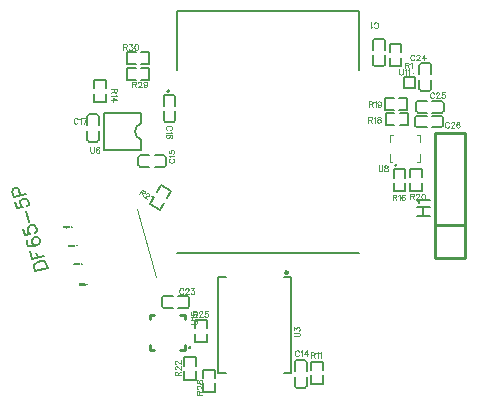
<source format=gto>
G04 Layer: TopSilkscreenLayer*
G04 EasyEDA v6.5.5, 2022-05-23 17:46:57*
G04 b170b76dcbfd4e769ccdd405e25ecab7,c17a8ced473b4d519dda31697e0e54b6,10*
G04 Gerber Generator version 0.2*
G04 Scale: 100 percent, Rotated: No, Reflected: No *
G04 Dimensions in inches *
G04 leading zeros omitted , absolute positions ,3 integer and 6 decimal *
%FSLAX36Y36*%
%MOIN*%

%ADD11C,0.0100*%
%ADD14C,0.0060*%
%ADD20C,0.0070*%
%ADD77C,0.0050*%
%ADD78C,0.0039*%
%ADD79C,0.0059*%
%ADD80C,0.0039*%
%ADD81C,0.0098*%
%ADD82C,0.0079*%
%ADD83C,0.0010*%
%ADD84C,0.0040*%

%LPD*%
D83*
X-420399Y77099D02*
G01*
X-420399Y72399D01*
X-417200Y77099D02*
G01*
X-417200Y72399D01*
X-420399Y74899D02*
G01*
X-417200Y74899D01*
X-413000Y75599D02*
G01*
X-413000Y72399D01*
X-413000Y74899D02*
G01*
X-413400Y75299D01*
X-413900Y75599D01*
X-414600Y75599D01*
X-415000Y75299D01*
X-415500Y74899D01*
X-415699Y74199D01*
X-415699Y73699D01*
X-415500Y73099D01*
X-415000Y72599D01*
X-414600Y72399D01*
X-413900Y72399D01*
X-413400Y72599D01*
X-413000Y73099D01*
X-411499Y75599D02*
G01*
X-411499Y70799D01*
X-411499Y74899D02*
G01*
X-411000Y75299D01*
X-410600Y75599D01*
X-409899Y75599D01*
X-409399Y75299D01*
X-408999Y74899D01*
X-408800Y74199D01*
X-408800Y73699D01*
X-408999Y73099D01*
X-409399Y72599D01*
X-409899Y72399D01*
X-410600Y72399D01*
X-411000Y72599D01*
X-411499Y73099D01*
X-406599Y77099D02*
G01*
X-406599Y73299D01*
X-406400Y72599D01*
X-405900Y72399D01*
X-405399Y72399D01*
X-407299Y75599D02*
G01*
X-405699Y75599D01*
X-403900Y77099D02*
G01*
X-403699Y76899D01*
X-403500Y77099D01*
X-403699Y77399D01*
X-403900Y77099D01*
X-403699Y75599D02*
G01*
X-403699Y72399D01*
X-399300Y74899D02*
G01*
X-399700Y75299D01*
X-400200Y75599D01*
X-400900Y75599D01*
X-401300Y75299D01*
X-401800Y74899D01*
X-401999Y74199D01*
X-401999Y73699D01*
X-401800Y73099D01*
X-401300Y72599D01*
X-400900Y72399D01*
X-400200Y72399D01*
X-399700Y72599D01*
X-399300Y73099D01*
X-392200Y76499D02*
G01*
X-392200Y72399D01*
X-394300Y74399D02*
G01*
X-390200Y74399D01*
X-403699Y15000D02*
G01*
X-403699Y10299D01*
X-400500Y15000D02*
G01*
X-400500Y10299D01*
X-403699Y12799D02*
G01*
X-400500Y12799D01*
X-396300Y13499D02*
G01*
X-396300Y10299D01*
X-396300Y12799D02*
G01*
X-396700Y13199D01*
X-397200Y13499D01*
X-397899Y13499D01*
X-398299Y13199D01*
X-398800Y12799D01*
X-398999Y12099D01*
X-398999Y11599D01*
X-398800Y10999D01*
X-398299Y10499D01*
X-397899Y10299D01*
X-397200Y10299D01*
X-396700Y10499D01*
X-396300Y10999D01*
X-394799Y13499D02*
G01*
X-394799Y8699D01*
X-394799Y12799D02*
G01*
X-394300Y13199D01*
X-393900Y13499D01*
X-393199Y13499D01*
X-392700Y13199D01*
X-392299Y12799D01*
X-392100Y12099D01*
X-392100Y11599D01*
X-392299Y10999D01*
X-392700Y10499D01*
X-393199Y10299D01*
X-393900Y10299D01*
X-394300Y10499D01*
X-394799Y10999D01*
X-389899Y15000D02*
G01*
X-389899Y11199D01*
X-389700Y10499D01*
X-389200Y10299D01*
X-388699Y10299D01*
X-390600Y13499D02*
G01*
X-388999Y13499D01*
X-387200Y15000D02*
G01*
X-386999Y14799D01*
X-386800Y15000D01*
X-386999Y15299D01*
X-387200Y15000D01*
X-386999Y13499D02*
G01*
X-386999Y10299D01*
X-382600Y12799D02*
G01*
X-383000Y13199D01*
X-383500Y13499D01*
X-384200Y13499D01*
X-384600Y13199D01*
X-385100Y12799D01*
X-385299Y12099D01*
X-385299Y11599D01*
X-385100Y10999D01*
X-384600Y10499D01*
X-384200Y10299D01*
X-383500Y10299D01*
X-383000Y10499D01*
X-382600Y10999D01*
X-377600Y12299D02*
G01*
X-373500Y12299D01*
X-383680Y-46370D02*
G01*
X-385479Y-51170D01*
X-383680Y-46370D02*
G01*
X-381880Y-51170D01*
X-384780Y-49570D02*
G01*
X-382579Y-49570D01*
X-380379Y-46370D02*
G01*
X-380379Y-49770D01*
X-380180Y-50470D01*
X-379679Y-50870D01*
X-378980Y-51170D01*
X-378580Y-51170D01*
X-377879Y-50870D01*
X-377380Y-50470D01*
X-377179Y-49770D01*
X-377179Y-46370D01*
X-375680Y-46370D02*
G01*
X-375680Y-51170D01*
X-375680Y-46370D02*
G01*
X-374080Y-46370D01*
X-373379Y-46570D01*
X-372979Y-47070D01*
X-372680Y-47470D01*
X-372479Y-48170D01*
X-372479Y-49270D01*
X-372680Y-49970D01*
X-372979Y-50470D01*
X-373379Y-50870D01*
X-374080Y-51170D01*
X-375680Y-51170D01*
X-370979Y-46370D02*
G01*
X-370979Y-51170D01*
X-368180Y-46370D02*
G01*
X-368580Y-46570D01*
X-369080Y-47070D01*
X-369279Y-47470D01*
X-369480Y-48170D01*
X-369480Y-49270D01*
X-369279Y-49970D01*
X-369080Y-50470D01*
X-368580Y-50870D01*
X-368180Y-51170D01*
X-367179Y-51170D01*
X-366779Y-50870D01*
X-366279Y-50470D01*
X-366080Y-49970D01*
X-365879Y-49270D01*
X-365879Y-48170D01*
X-366080Y-47470D01*
X-366279Y-47070D01*
X-366779Y-46570D01*
X-367179Y-46370D01*
X-368180Y-46370D01*
X-358779Y-47070D02*
G01*
X-358779Y-51170D01*
X-360879Y-49070D02*
G01*
X-356779Y-49070D01*
X-365879Y-114270D02*
G01*
X-367680Y-119070D01*
X-365879Y-114270D02*
G01*
X-364080Y-119070D01*
X-366980Y-117470D02*
G01*
X-364780Y-117470D01*
X-362579Y-114270D02*
G01*
X-362579Y-117670D01*
X-362380Y-118370D01*
X-361880Y-118770D01*
X-361180Y-119070D01*
X-360780Y-119070D01*
X-360079Y-118770D01*
X-359579Y-118370D01*
X-359380Y-117670D01*
X-359380Y-114270D01*
X-357879Y-114270D02*
G01*
X-357879Y-119070D01*
X-357879Y-114270D02*
G01*
X-356279Y-114270D01*
X-355579Y-114470D01*
X-355180Y-114970D01*
X-354880Y-115370D01*
X-354679Y-116070D01*
X-354679Y-117170D01*
X-354880Y-117870D01*
X-355180Y-118370D01*
X-355579Y-118770D01*
X-356279Y-119070D01*
X-357879Y-119070D01*
X-353180Y-114270D02*
G01*
X-353180Y-119070D01*
X-350379Y-114270D02*
G01*
X-350780Y-114470D01*
X-351279Y-114970D01*
X-351480Y-115370D01*
X-351679Y-116070D01*
X-351679Y-117170D01*
X-351480Y-117870D01*
X-351279Y-118370D01*
X-350780Y-118770D01*
X-350379Y-119070D01*
X-349380Y-119070D01*
X-348980Y-118770D01*
X-348479Y-118370D01*
X-348280Y-117870D01*
X-348079Y-117170D01*
X-348079Y-116070D01*
X-348280Y-115370D01*
X-348479Y-114970D01*
X-348980Y-114470D01*
X-349380Y-114270D01*
X-350379Y-114270D01*
X-343079Y-116970D02*
G01*
X-338980Y-116970D01*
D20*
X-512771Y-73758D02*
G01*
X-471531Y-61934D01*
X-512771Y-73758D02*
G01*
X-516739Y-59916D01*
X-516499Y-53501D01*
X-513688Y-48430D01*
X-510298Y-45378D01*
X-505012Y-41677D01*
X-495111Y-38838D01*
X-488668Y-39176D01*
X-484176Y-39968D01*
X-479106Y-42779D01*
X-475501Y-48092D01*
X-471531Y-61934D01*
X-524402Y-33194D02*
G01*
X-483164Y-21369D01*
X-524402Y-33194D02*
G01*
X-531734Y-7624D01*
X-504792Y-27570D02*
G01*
X-509284Y-11902D01*
X-536345Y30585D02*
G01*
X-539735Y27532D01*
X-539948Y21021D01*
X-538818Y17080D01*
X-535214Y11767D01*
X-528221Y9508D01*
X-517767Y10424D01*
X-507964Y13236D01*
X-500632Y17418D01*
X-497821Y22490D01*
X-497581Y28904D01*
X-498158Y30924D01*
X-501763Y36236D01*
X-506833Y39047D01*
X-513373Y39356D01*
X-515295Y38805D01*
X-520581Y35106D01*
X-523392Y30034D01*
X-523729Y23591D01*
X-523149Y21573D01*
X-519449Y16288D01*
X-514378Y13477D01*
X-507964Y13236D01*
X-553261Y67450D02*
G01*
X-547611Y47744D01*
X-529372Y50893D01*
X-531943Y52237D01*
X-535573Y57646D01*
X-537255Y63509D01*
X-537043Y70021D01*
X-534202Y74996D01*
X-528823Y78723D01*
X-524976Y79826D01*
X-518438Y79516D01*
X-513395Y76801D01*
X-509763Y71392D01*
X-508082Y65529D01*
X-508296Y59017D01*
X-509763Y56516D01*
X-513153Y53464D01*
X-534561Y91121D02*
G01*
X-544705Y126496D01*
X-578759Y156366D02*
G01*
X-573108Y136661D01*
X-554870Y139810D01*
X-557438Y141153D01*
X-561042Y146466D01*
X-562752Y152426D01*
X-562510Y158840D01*
X-559699Y163912D01*
X-554290Y167544D01*
X-550446Y168646D01*
X-543935Y168433D01*
X-538864Y165621D01*
X-535259Y160309D01*
X-533550Y154350D01*
X-533792Y147934D01*
X-535258Y145433D01*
X-538621Y142284D01*
X-583582Y173188D02*
G01*
X-542344Y185014D01*
X-583582Y173188D02*
G01*
X-588681Y190972D01*
X-588440Y197387D01*
X-586972Y199888D01*
X-583706Y203010D01*
X-577746Y204719D01*
X-573227Y203829D01*
X-570752Y202459D01*
X-567053Y197174D01*
X-561954Y179390D01*
D14*
X759920Y111429D02*
G01*
X802820Y111429D01*
X759920Y140029D02*
G01*
X802820Y140029D01*
X780320Y111429D02*
G01*
X780320Y140029D01*
X768119Y153529D02*
G01*
X766019Y157629D01*
X759920Y163829D01*
X802820Y163829D01*
D80*
X350219Y-290965D02*
G01*
X363720Y-290965D01*
X366319Y-290065D01*
X368119Y-288265D01*
X369020Y-285565D01*
X369020Y-283765D01*
X368119Y-281165D01*
X366319Y-279365D01*
X363720Y-278465D01*
X350219Y-278465D01*
X350219Y-270765D02*
G01*
X350219Y-260865D01*
X357420Y-266265D01*
X357420Y-263565D01*
X358320Y-261765D01*
X359219Y-260865D01*
X361920Y-259965D01*
X363720Y-259965D01*
X366319Y-260865D01*
X368119Y-262665D01*
X369020Y-265365D01*
X369020Y-268065D01*
X368119Y-270765D01*
X367219Y-271665D01*
X365420Y-272565D01*
X597899Y440799D02*
G01*
X597899Y421999D01*
X597899Y440799D02*
G01*
X606000Y440799D01*
X608599Y439899D01*
X609499Y438999D01*
X610399Y437199D01*
X610399Y435399D01*
X609499Y433599D01*
X608599Y432699D01*
X606000Y431799D01*
X597899Y431799D01*
X604200Y431799D02*
G01*
X610399Y421999D01*
X616300Y437199D02*
G01*
X618100Y438099D01*
X620799Y440799D01*
X620799Y421999D01*
X631199Y440799D02*
G01*
X628500Y439899D01*
X627600Y438099D01*
X627600Y436299D01*
X628500Y434499D01*
X630299Y433599D01*
X633900Y432699D01*
X636599Y431799D01*
X638299Y430000D01*
X639200Y428199D01*
X639200Y425599D01*
X638299Y423799D01*
X637399Y422899D01*
X634799Y421999D01*
X631199Y421999D01*
X628500Y422899D01*
X627600Y423799D01*
X626700Y425599D01*
X626700Y428199D01*
X627600Y430000D01*
X629399Y431799D01*
X632100Y432699D01*
X635699Y433599D01*
X637399Y434499D01*
X638299Y436299D01*
X638299Y438099D01*
X637399Y439899D01*
X634799Y440799D01*
X631199Y440799D01*
X599300Y492599D02*
G01*
X599300Y473799D01*
X599300Y492599D02*
G01*
X607399Y492599D01*
X610000Y491699D01*
X610900Y490799D01*
X611800Y488999D01*
X611800Y487199D01*
X610900Y485399D01*
X610000Y484499D01*
X607399Y483599D01*
X599300Y483599D01*
X605600Y483599D02*
G01*
X611800Y473799D01*
X617700Y488999D02*
G01*
X619499Y489899D01*
X622200Y492599D01*
X622200Y473799D01*
X639700Y486299D02*
G01*
X638800Y483599D01*
X637100Y481799D01*
X634399Y480899D01*
X633500Y480899D01*
X630799Y481799D01*
X628999Y483599D01*
X628100Y486299D01*
X628100Y487199D01*
X628999Y489899D01*
X630799Y491699D01*
X633500Y492599D01*
X634399Y492599D01*
X637100Y491699D01*
X638800Y489899D01*
X639700Y486299D01*
X639700Y481799D01*
X638800Y477399D01*
X637100Y474699D01*
X634399Y473799D01*
X632600Y473799D01*
X629899Y474699D01*
X628999Y476499D01*
D84*
X-189399Y558499D02*
G01*
X-189399Y539399D01*
X-189399Y558499D02*
G01*
X-181199Y558499D01*
X-178500Y557599D01*
X-177600Y556699D01*
X-176700Y554799D01*
X-176700Y552999D01*
X-177600Y551199D01*
X-178500Y550299D01*
X-181199Y549399D01*
X-189399Y549399D01*
X-183000Y549399D02*
G01*
X-176700Y539399D01*
X-169799Y553899D02*
G01*
X-169799Y554799D01*
X-168900Y556699D01*
X-167899Y557599D01*
X-166099Y558499D01*
X-162500Y558499D01*
X-160699Y557599D01*
X-159799Y556699D01*
X-158900Y554799D01*
X-158900Y552999D01*
X-159799Y551199D01*
X-161599Y548499D01*
X-170699Y539399D01*
X-157899Y539399D01*
X-140100Y552099D02*
G01*
X-141000Y549399D01*
X-142899Y547599D01*
X-145600Y546699D01*
X-146499Y546699D01*
X-149200Y547599D01*
X-151000Y549399D01*
X-151899Y552099D01*
X-151899Y552999D01*
X-151000Y555799D01*
X-149200Y557599D01*
X-146499Y558499D01*
X-145600Y558499D01*
X-142899Y557599D01*
X-141000Y555799D01*
X-140100Y552099D01*
X-140100Y547599D01*
X-141000Y542999D01*
X-142899Y540299D01*
X-145600Y539399D01*
X-147399Y539399D01*
X-150100Y540299D01*
X-151000Y542099D01*
X-219899Y682999D02*
G01*
X-219899Y663899D01*
X-219899Y682999D02*
G01*
X-211700Y682999D01*
X-208999Y682099D01*
X-208100Y681199D01*
X-207200Y679299D01*
X-207200Y677500D01*
X-208100Y675699D01*
X-208999Y674799D01*
X-211700Y673899D01*
X-219899Y673899D01*
X-213500Y673899D02*
G01*
X-207200Y663899D01*
X-199399Y682999D02*
G01*
X-189399Y682999D01*
X-194799Y675699D01*
X-192100Y675699D01*
X-190299Y674799D01*
X-189399Y673899D01*
X-188400Y671199D01*
X-188400Y669299D01*
X-189399Y666599D01*
X-191199Y664799D01*
X-193900Y663899D01*
X-196599Y663899D01*
X-199399Y664799D01*
X-200299Y665699D01*
X-201199Y667500D01*
X-176999Y682999D02*
G01*
X-179700Y682099D01*
X-181499Y679299D01*
X-182399Y674799D01*
X-182399Y672099D01*
X-181499Y667500D01*
X-179700Y664799D01*
X-176999Y663899D01*
X-175200Y663899D01*
X-172399Y664799D01*
X-170600Y667500D01*
X-169700Y672099D01*
X-169700Y674799D01*
X-170600Y679299D01*
X-172399Y682099D01*
X-175200Y682999D01*
X-176999Y682999D01*
X24899Y-485500D02*
G01*
X43999Y-485500D01*
X24899Y-485500D02*
G01*
X24899Y-477300D01*
X25799Y-474600D01*
X26700Y-473700D01*
X28599Y-472800D01*
X30399Y-472800D01*
X32200Y-473700D01*
X33100Y-474600D01*
X33999Y-477300D01*
X33999Y-485500D01*
X33999Y-479100D02*
G01*
X43999Y-472800D01*
X29499Y-465900D02*
G01*
X28599Y-465900D01*
X26700Y-465000D01*
X25799Y-464000D01*
X24899Y-462200D01*
X24899Y-458600D01*
X25799Y-456800D01*
X26700Y-455900D01*
X28599Y-455000D01*
X30399Y-455000D01*
X32200Y-455900D01*
X34899Y-457700D01*
X43999Y-466800D01*
X43999Y-454000D01*
X24899Y-443500D02*
G01*
X25799Y-446200D01*
X27600Y-447100D01*
X29499Y-447100D01*
X31300Y-446200D01*
X32200Y-444400D01*
X33100Y-440800D01*
X33999Y-438000D01*
X35799Y-436200D01*
X37600Y-435300D01*
X40399Y-435300D01*
X42200Y-436200D01*
X43100Y-437100D01*
X43999Y-439900D01*
X43999Y-443500D01*
X43100Y-446200D01*
X42200Y-447100D01*
X40399Y-448000D01*
X37600Y-448000D01*
X35799Y-447100D01*
X33999Y-445300D01*
X33100Y-442600D01*
X32200Y-439000D01*
X31300Y-437100D01*
X29499Y-436200D01*
X27600Y-436200D01*
X25799Y-437100D01*
X24899Y-439900D01*
X24899Y-443500D01*
X7865Y-250535D02*
G01*
X21464Y-250535D01*
X24165Y-249635D01*
X25964Y-247735D01*
X26864Y-245035D01*
X26864Y-243235D01*
X25964Y-240535D01*
X24165Y-238635D01*
X21464Y-237735D01*
X7865Y-237735D01*
X11464Y-231735D02*
G01*
X10564Y-229935D01*
X7865Y-227235D01*
X26864Y-227235D01*
X7865Y-210335D02*
G01*
X7865Y-219435D01*
X15964Y-220335D01*
X15065Y-219435D01*
X14165Y-216635D01*
X14165Y-213935D01*
X15065Y-211235D01*
X16864Y-209435D01*
X19665Y-208535D01*
X21464Y-208535D01*
X24165Y-209435D01*
X25964Y-211235D01*
X26864Y-213935D01*
X26864Y-216635D01*
X25964Y-219435D01*
X25065Y-220335D01*
X23265Y-221235D01*
D80*
X-61980Y397729D02*
G01*
X-60180Y398629D01*
X-58379Y400429D01*
X-57479Y402229D01*
X-57479Y405729D01*
X-58379Y407529D01*
X-60180Y409329D01*
X-61980Y410229D01*
X-64679Y411129D01*
X-69179Y411129D01*
X-71880Y410229D01*
X-73580Y409329D01*
X-75379Y407529D01*
X-76279Y405729D01*
X-76279Y402229D01*
X-75379Y400429D01*
X-73580Y398629D01*
X-71880Y397729D01*
X-61080Y391829D02*
G01*
X-60180Y390029D01*
X-57479Y387329D01*
X-76279Y387329D01*
X-60180Y370729D02*
G01*
X-58379Y371629D01*
X-57479Y374229D01*
X-57479Y376029D01*
X-58379Y378729D01*
X-61080Y380529D01*
X-65579Y381429D01*
X-70079Y381429D01*
X-73580Y380529D01*
X-75379Y378729D01*
X-76279Y376029D01*
X-76279Y375129D01*
X-75379Y372429D01*
X-73580Y370729D01*
X-70979Y369829D01*
X-70079Y369829D01*
X-67380Y370729D01*
X-65579Y372429D01*
X-64679Y375129D01*
X-64679Y376029D01*
X-65579Y378729D01*
X-67380Y380529D01*
X-70079Y381429D01*
X-329205Y339619D02*
G01*
X-329205Y326219D01*
X-328305Y323519D01*
X-326504Y321719D01*
X-323805Y320919D01*
X-322004Y320919D01*
X-319404Y321719D01*
X-317605Y323519D01*
X-316705Y326219D01*
X-316705Y339619D01*
X-300005Y337019D02*
G01*
X-300905Y338719D01*
X-303604Y339619D01*
X-305405Y339619D01*
X-308104Y338719D01*
X-309904Y336119D01*
X-310805Y331619D01*
X-310805Y327119D01*
X-309904Y323519D01*
X-308104Y321719D01*
X-305405Y320919D01*
X-304504Y320919D01*
X-301805Y321719D01*
X-300005Y323519D01*
X-299104Y326219D01*
X-299104Y327119D01*
X-300005Y329819D01*
X-301805Y331619D01*
X-304504Y332519D01*
X-305405Y332519D01*
X-308104Y331619D01*
X-309904Y329819D01*
X-310805Y327119D01*
X616719Y741329D02*
G01*
X617619Y739529D01*
X619420Y737729D01*
X621220Y736829D01*
X624719Y736829D01*
X626520Y737729D01*
X628320Y739529D01*
X629219Y741329D01*
X630119Y744029D01*
X630119Y748529D01*
X629219Y751229D01*
X628320Y752929D01*
X626520Y754729D01*
X624719Y755629D01*
X621220Y755629D01*
X619420Y754729D01*
X617619Y752929D01*
X616719Y751229D01*
X610820Y740429D02*
G01*
X609020Y739529D01*
X606319Y736829D01*
X606319Y755629D01*
X366419Y-342470D02*
G01*
X365519Y-340670D01*
X363720Y-338870D01*
X361920Y-337970D01*
X358419Y-337970D01*
X356620Y-338870D01*
X354819Y-340670D01*
X353919Y-342470D01*
X353019Y-345170D01*
X353019Y-349670D01*
X353919Y-352370D01*
X354819Y-354070D01*
X356620Y-355870D01*
X358419Y-356770D01*
X361920Y-356770D01*
X363720Y-355870D01*
X365519Y-354070D01*
X366419Y-352370D01*
X372319Y-341570D02*
G01*
X374120Y-340670D01*
X376819Y-337970D01*
X376819Y-356770D01*
X391719Y-337970D02*
G01*
X382719Y-350570D01*
X396120Y-350570D01*
X391719Y-337970D02*
G01*
X391719Y-356770D01*
X-63500Y301599D02*
G01*
X-65299Y300699D01*
X-67100Y298899D01*
X-68000Y297099D01*
X-68000Y293599D01*
X-67100Y291799D01*
X-65299Y290000D01*
X-63500Y289099D01*
X-60799Y288199D01*
X-56300Y288199D01*
X-53599Y289099D01*
X-51899Y290000D01*
X-50100Y291799D01*
X-49200Y293599D01*
X-49200Y297099D01*
X-50100Y298899D01*
X-51899Y300699D01*
X-53599Y301599D01*
X-64399Y307500D02*
G01*
X-65299Y309299D01*
X-68000Y311999D01*
X-49200Y311999D01*
X-68000Y328599D02*
G01*
X-68000Y319699D01*
X-59899Y318799D01*
X-60799Y319699D01*
X-61700Y322399D01*
X-61700Y325099D01*
X-60799Y327699D01*
X-58999Y329499D01*
X-56300Y330399D01*
X-54499Y330399D01*
X-51899Y329499D01*
X-50100Y327699D01*
X-49200Y325099D01*
X-49200Y322399D01*
X-50100Y319699D01*
X-51000Y318799D01*
X-52799Y317899D01*
X-371703Y432901D02*
G01*
X-372604Y434701D01*
X-374404Y436501D01*
X-376203Y437401D01*
X-379704Y437401D01*
X-381504Y436501D01*
X-383303Y434701D01*
X-384203Y432901D01*
X-385104Y430201D01*
X-385104Y425701D01*
X-384203Y423001D01*
X-383303Y421301D01*
X-381504Y419501D01*
X-379704Y418601D01*
X-376203Y418601D01*
X-374404Y419501D01*
X-372604Y421301D01*
X-371703Y423001D01*
X-365803Y433801D02*
G01*
X-364004Y434701D01*
X-361304Y437401D01*
X-361304Y418601D01*
X-342903Y437401D02*
G01*
X-351804Y418601D01*
X-355403Y437401D02*
G01*
X-342903Y437401D01*
X405720Y-344070D02*
G01*
X405720Y-362870D01*
X405720Y-344070D02*
G01*
X413819Y-344070D01*
X416419Y-344970D01*
X417319Y-345870D01*
X418220Y-347670D01*
X418220Y-349470D01*
X417319Y-351270D01*
X416419Y-352170D01*
X413819Y-353070D01*
X405720Y-353070D01*
X412020Y-353070D02*
G01*
X418220Y-362870D01*
X424120Y-347670D02*
G01*
X425919Y-346770D01*
X428620Y-344070D01*
X428620Y-362870D01*
X434520Y-347670D02*
G01*
X436319Y-346770D01*
X439020Y-344070D01*
X439020Y-362870D01*
X-241199Y533699D02*
G01*
X-260000Y533699D01*
X-241199Y533699D02*
G01*
X-241199Y525599D01*
X-242100Y522999D01*
X-243000Y522099D01*
X-244799Y521199D01*
X-246599Y521199D01*
X-248400Y522099D01*
X-249300Y522999D01*
X-250200Y525599D01*
X-250200Y533699D01*
X-250200Y527399D02*
G01*
X-260000Y521199D01*
X-244799Y515299D02*
G01*
X-243900Y513499D01*
X-241199Y510799D01*
X-260000Y510799D01*
X-241199Y495899D02*
G01*
X-253800Y504899D01*
X-253800Y491499D01*
X-241199Y495899D02*
G01*
X-260000Y495899D01*
X816580Y518269D02*
G01*
X815680Y520069D01*
X813879Y521869D01*
X812079Y522769D01*
X808580Y522769D01*
X806779Y521869D01*
X804979Y520069D01*
X804080Y518269D01*
X803180Y515569D01*
X803180Y511069D01*
X804080Y508369D01*
X804979Y506669D01*
X806779Y504869D01*
X808580Y503969D01*
X812079Y503969D01*
X813879Y504869D01*
X815680Y506669D01*
X816580Y508369D01*
X823379Y518269D02*
G01*
X823379Y519169D01*
X824279Y520969D01*
X825180Y521869D01*
X826980Y522769D01*
X830579Y522769D01*
X832380Y521869D01*
X833280Y520969D01*
X834179Y519169D01*
X834179Y517369D01*
X833280Y515569D01*
X831480Y512869D01*
X822479Y503969D01*
X835079Y503969D01*
X851679Y522769D02*
G01*
X842680Y522769D01*
X841880Y514669D01*
X842680Y515569D01*
X845379Y516469D01*
X848079Y516469D01*
X850780Y515569D01*
X852579Y513769D01*
X853479Y511069D01*
X853479Y509269D01*
X852579Y506669D01*
X850780Y504869D01*
X848079Y503969D01*
X845379Y503969D01*
X842680Y504869D01*
X841880Y505769D01*
X840979Y507569D01*
X866300Y418999D02*
G01*
X865399Y420799D01*
X863599Y422599D01*
X861800Y423499D01*
X858299Y423499D01*
X856499Y422599D01*
X854700Y420799D01*
X853800Y418999D01*
X852899Y416299D01*
X852899Y411799D01*
X853800Y409099D01*
X854700Y407399D01*
X856499Y405599D01*
X858299Y404699D01*
X861800Y404699D01*
X863599Y405599D01*
X865399Y407399D01*
X866300Y409099D01*
X873100Y418999D02*
G01*
X873100Y419899D01*
X873999Y421699D01*
X874899Y422599D01*
X876700Y423499D01*
X880299Y423499D01*
X882100Y422599D01*
X883000Y421699D01*
X883900Y419899D01*
X883900Y418099D01*
X883000Y416299D01*
X881199Y413599D01*
X872200Y404699D01*
X884799Y404699D01*
X901400Y420799D02*
G01*
X900500Y422599D01*
X897799Y423499D01*
X896000Y423499D01*
X893299Y422599D01*
X891599Y419899D01*
X890699Y415399D01*
X890699Y410899D01*
X891599Y407399D01*
X893299Y405599D01*
X896000Y404699D01*
X896899Y404699D01*
X899600Y405599D01*
X901400Y407399D01*
X902299Y410000D01*
X902299Y410899D01*
X901400Y413599D01*
X899600Y415399D01*
X896899Y416299D01*
X896000Y416299D01*
X893299Y415399D01*
X891599Y413599D01*
X890699Y410899D01*
X751180Y643569D02*
G01*
X750280Y645369D01*
X748479Y647169D01*
X746679Y648069D01*
X743180Y648069D01*
X741379Y647169D01*
X739579Y645369D01*
X738680Y643569D01*
X737780Y640869D01*
X737780Y636369D01*
X738680Y633669D01*
X739579Y631969D01*
X741379Y630169D01*
X743180Y629269D01*
X746679Y629269D01*
X748479Y630169D01*
X750280Y631969D01*
X751180Y633669D01*
X757979Y643569D02*
G01*
X757979Y644469D01*
X758879Y646269D01*
X759780Y647169D01*
X761580Y648069D01*
X765180Y648069D01*
X766980Y647169D01*
X767879Y646269D01*
X768779Y644469D01*
X768779Y642669D01*
X767879Y640869D01*
X766080Y638169D01*
X757079Y629269D01*
X769679Y629269D01*
X784480Y648069D02*
G01*
X775579Y635469D01*
X788980Y635469D01*
X784480Y648069D02*
G01*
X784480Y629269D01*
X719600Y621899D02*
G01*
X719600Y603099D01*
X719600Y621899D02*
G01*
X727700Y621899D01*
X730299Y620999D01*
X731199Y620099D01*
X732100Y618299D01*
X732100Y616499D01*
X731199Y614699D01*
X730299Y613799D01*
X727700Y612899D01*
X719600Y612899D01*
X725900Y612899D02*
G01*
X732100Y603099D01*
X738000Y618299D02*
G01*
X739799Y619199D01*
X742500Y621899D01*
X742500Y603099D01*
X678699Y181499D02*
G01*
X678699Y162699D01*
X678699Y181499D02*
G01*
X686800Y181499D01*
X689399Y180599D01*
X690299Y179699D01*
X691199Y177899D01*
X691199Y176099D01*
X690299Y174299D01*
X689399Y173399D01*
X686800Y172500D01*
X678699Y172500D01*
X685000Y172500D02*
G01*
X691199Y162699D01*
X697100Y177899D02*
G01*
X698900Y178799D01*
X701599Y181499D01*
X701599Y162699D01*
X718199Y178799D02*
G01*
X717399Y180599D01*
X714700Y181499D01*
X712899Y181499D01*
X710200Y180599D01*
X708400Y177899D01*
X707500Y173399D01*
X707500Y168899D01*
X708400Y165399D01*
X710200Y163599D01*
X712899Y162699D01*
X713800Y162699D01*
X716499Y163599D01*
X718199Y165399D01*
X719099Y167999D01*
X719099Y168899D01*
X718199Y171599D01*
X716499Y173399D01*
X713800Y174299D01*
X712899Y174299D01*
X710200Y173399D01*
X708400Y171599D01*
X707500Y168899D01*
X737219Y184829D02*
G01*
X737219Y166029D01*
X737219Y184829D02*
G01*
X745320Y184829D01*
X747920Y183929D01*
X748819Y183029D01*
X749719Y181229D01*
X749719Y179429D01*
X748819Y177629D01*
X747920Y176729D01*
X745320Y175829D01*
X737219Y175829D01*
X743519Y175829D02*
G01*
X749719Y166029D01*
X756520Y180329D02*
G01*
X756520Y181229D01*
X757420Y183029D01*
X758320Y183929D01*
X760119Y184829D01*
X763720Y184829D01*
X765519Y183929D01*
X766419Y183029D01*
X767319Y181229D01*
X767319Y179429D01*
X766419Y177629D01*
X764620Y174929D01*
X755619Y166029D01*
X768220Y166029D01*
X779420Y184829D02*
G01*
X776719Y183929D01*
X775020Y181229D01*
X774120Y176729D01*
X774120Y174029D01*
X775020Y169629D01*
X776719Y166929D01*
X779420Y166029D01*
X781220Y166029D01*
X783919Y166929D01*
X785720Y169629D01*
X786620Y174029D01*
X786620Y176729D01*
X785720Y181229D01*
X783919Y183929D01*
X781220Y184829D01*
X779420Y184829D01*
X631660Y278719D02*
G01*
X631660Y265319D01*
X632560Y262619D01*
X634359Y260819D01*
X637060Y260019D01*
X638860Y260019D01*
X641559Y260819D01*
X643360Y262619D01*
X644260Y265319D01*
X644260Y278719D01*
X654560Y278719D02*
G01*
X651959Y277819D01*
X651059Y276119D01*
X651059Y274319D01*
X651959Y272519D01*
X653760Y271619D01*
X657259Y270719D01*
X659960Y269819D01*
X661760Y268019D01*
X662659Y266219D01*
X662659Y263519D01*
X661760Y261719D01*
X660860Y260819D01*
X658159Y260019D01*
X654560Y260019D01*
X651959Y260819D01*
X651059Y261719D01*
X650159Y263519D01*
X650159Y266219D01*
X651059Y268019D01*
X652860Y269819D01*
X655460Y270719D01*
X659059Y271619D01*
X660860Y272519D01*
X661760Y274319D01*
X661760Y276119D01*
X660860Y277819D01*
X658159Y278719D01*
X654560Y278719D01*
X700290Y600789D02*
G01*
X700290Y587389D01*
X701189Y584689D01*
X702989Y582889D01*
X705690Y581989D01*
X707489Y581989D01*
X710190Y582889D01*
X711890Y584689D01*
X712790Y587389D01*
X712790Y600789D01*
X718689Y597189D02*
G01*
X720489Y598089D01*
X723190Y600789D01*
X723190Y581989D01*
X729089Y597189D02*
G01*
X730889Y598089D01*
X733590Y600789D01*
X733590Y581989D01*
X14099Y-207000D02*
G01*
X14099Y-225800D01*
X14099Y-207000D02*
G01*
X22200Y-207000D01*
X24799Y-207900D01*
X25699Y-208800D01*
X26599Y-210600D01*
X26599Y-212400D01*
X25699Y-214200D01*
X24799Y-215100D01*
X22200Y-216000D01*
X14099Y-216000D01*
X20399Y-216000D02*
G01*
X26599Y-225800D01*
X33400Y-211500D02*
G01*
X33400Y-210600D01*
X34300Y-208800D01*
X35200Y-207900D01*
X36999Y-207000D01*
X40600Y-207000D01*
X42399Y-207900D01*
X43299Y-208800D01*
X44200Y-210600D01*
X44200Y-212400D01*
X43299Y-214200D01*
X41499Y-216900D01*
X32500Y-225800D01*
X45100Y-225800D01*
X61700Y-207000D02*
G01*
X52799Y-207000D01*
X51899Y-215100D01*
X52799Y-214200D01*
X55399Y-213300D01*
X58100Y-213300D01*
X60799Y-214200D01*
X62600Y-216000D01*
X63500Y-218700D01*
X63500Y-220500D01*
X62600Y-223100D01*
X60799Y-224900D01*
X58100Y-225800D01*
X55399Y-225800D01*
X52799Y-224900D01*
X51899Y-224000D01*
X51000Y-222200D01*
X-47100Y-420600D02*
G01*
X-28299Y-420600D01*
X-47100Y-420600D02*
G01*
X-47100Y-412500D01*
X-46199Y-409900D01*
X-45299Y-409000D01*
X-43500Y-408100D01*
X-41700Y-408100D01*
X-39899Y-409000D01*
X-38999Y-409900D01*
X-38100Y-412500D01*
X-38100Y-420600D01*
X-38100Y-414300D02*
G01*
X-28299Y-408100D01*
X-42600Y-401300D02*
G01*
X-43500Y-401300D01*
X-45299Y-400400D01*
X-46199Y-399500D01*
X-47100Y-397700D01*
X-47100Y-394100D01*
X-46199Y-392300D01*
X-45299Y-391400D01*
X-43500Y-390500D01*
X-41700Y-390500D01*
X-39899Y-391400D01*
X-37200Y-393200D01*
X-28299Y-402200D01*
X-28299Y-389600D01*
X-42600Y-382800D02*
G01*
X-43500Y-382800D01*
X-45299Y-381900D01*
X-46199Y-381100D01*
X-47100Y-379300D01*
X-47100Y-375700D01*
X-46199Y-373900D01*
X-45299Y-373000D01*
X-43500Y-372100D01*
X-41700Y-372100D01*
X-39899Y-373000D01*
X-37200Y-374800D01*
X-28299Y-383700D01*
X-28299Y-371200D01*
X-156400Y198365D02*
G01*
X-165799Y182083D01*
X-156400Y198365D02*
G01*
X-149385Y194315D01*
X-147583Y192235D01*
X-147254Y191006D01*
X-147373Y188997D01*
X-148274Y187438D01*
X-149953Y186329D01*
X-151183Y186000D01*
X-153885Y186520D01*
X-160900Y190570D01*
X-155443Y187420D02*
G01*
X-154974Y175833D01*
X-141935Y184818D02*
G01*
X-141485Y185597D01*
X-139805Y186706D01*
X-138576Y187035D01*
X-136567Y186915D01*
X-133450Y185115D01*
X-132340Y183435D01*
X-132012Y182206D01*
X-132132Y180197D01*
X-133032Y178638D01*
X-134711Y177529D01*
X-137620Y176091D01*
X-149864Y172883D01*
X-138953Y166583D01*
X-126243Y176797D02*
G01*
X-124233Y176676D01*
X-120632Y177715D01*
X-130033Y161433D01*
X-19099Y-134800D02*
G01*
X-20000Y-133000D01*
X-21800Y-131200D01*
X-23599Y-130300D01*
X-27100Y-130300D01*
X-28900Y-131200D01*
X-30699Y-133000D01*
X-31599Y-134800D01*
X-32500Y-137500D01*
X-32500Y-142000D01*
X-31599Y-144700D01*
X-30699Y-146400D01*
X-28900Y-148200D01*
X-27100Y-149100D01*
X-23599Y-149100D01*
X-21800Y-148200D01*
X-20000Y-146400D01*
X-19099Y-144700D01*
X-12299Y-134800D02*
G01*
X-12299Y-133900D01*
X-11400Y-132100D01*
X-10500Y-131200D01*
X-8699Y-130300D01*
X-5100Y-130300D01*
X-3299Y-131200D01*
X-2399Y-132100D01*
X-1499Y-133900D01*
X-1499Y-135700D01*
X-2399Y-137500D01*
X-4200Y-140200D01*
X-13199Y-149100D01*
X-600Y-149100D01*
X6999Y-130300D02*
G01*
X16899Y-130300D01*
X11499Y-137500D01*
X14200Y-137500D01*
X16000Y-138400D01*
X16899Y-139300D01*
X17799Y-142000D01*
X17799Y-143800D01*
X16899Y-146400D01*
X15100Y-148200D01*
X12399Y-149100D01*
X9700Y-149100D01*
X6999Y-148200D01*
X6199Y-147300D01*
X5299Y-145500D01*
D77*
X566369Y-12300D02*
G01*
X-39930Y-12300D01*
X-39930Y595959D02*
G01*
X-39930Y794779D01*
X566369Y794779D01*
X566369Y595959D01*
D78*
X-108693Y-94261D02*
G01*
X-173804Y132809D01*
D11*
X820619Y387697D02*
G01*
X920619Y387697D01*
X820619Y-28838D02*
G01*
X820619Y387697D01*
X820619Y80355D02*
G01*
X920619Y80355D01*
X920619Y-28838D02*
G01*
X920619Y387697D01*
X820619Y-28838D02*
G01*
X920619Y-28838D01*
D14*
X315720Y-93095D02*
G01*
X340330Y-93095D01*
X340330Y-93095D01*
X340330Y-414055D01*
X340330Y-414055D01*
X315720Y-414055D01*
X122719Y-93095D02*
G01*
X98109Y-93095D01*
X98109Y-93095D01*
X98109Y-414055D01*
X98109Y-414055D01*
X122719Y-414055D01*
X684094Y414869D02*
G01*
X655825Y414869D01*
X655825Y454129D01*
X684094Y454129D01*
X701905Y414869D02*
G01*
X730174Y414869D01*
X730174Y454129D01*
X701905Y454129D01*
X681894Y465069D02*
G01*
X653625Y465069D01*
X653625Y504329D01*
X681894Y504329D01*
X699705Y465069D02*
G01*
X727974Y465069D01*
X727974Y504329D01*
X699705Y504329D01*
X-178005Y564769D02*
G01*
X-206274Y564769D01*
X-206274Y604029D01*
X-178005Y604029D01*
X-160194Y564769D02*
G01*
X-131925Y564769D01*
X-131925Y604029D01*
X-160194Y604029D01*
X-177906Y617069D02*
G01*
X-206175Y617069D01*
X-206175Y656329D01*
X-177906Y656329D01*
X-160093Y617069D02*
G01*
X-131824Y617069D01*
X-131824Y656329D01*
X-160093Y656329D01*
X86629Y-447906D02*
G01*
X86629Y-476175D01*
X47370Y-476175D01*
X47370Y-447906D01*
X86629Y-430094D02*
G01*
X86629Y-401825D01*
X47370Y-401825D01*
X47370Y-430094D01*
D11*
X-131060Y-336851D02*
G01*
X-115630Y-336851D01*
X-28532Y-336851D02*
G01*
X-12950Y-336851D01*
X-12950Y-218740D02*
G01*
X-28532Y-218740D01*
X-115630Y-218740D02*
G01*
X-131060Y-218740D01*
X-131060Y-336851D02*
G01*
X-131060Y-321289D01*
X-131060Y-234252D02*
G01*
X-131060Y-218740D01*
X-12950Y-336851D02*
G01*
X-12950Y-321289D01*
X-12950Y-234192D02*
G01*
X-12950Y-218740D01*
D14*
X-45749Y429117D02*
G01*
X-45749Y460223D01*
X-85010Y460223D02*
G01*
X-85010Y429117D01*
X-79009Y423117D02*
G01*
X-51750Y423117D01*
X-45749Y509141D02*
G01*
X-45749Y478035D01*
X-85010Y478035D02*
G01*
X-85010Y509141D01*
X-79009Y515141D02*
G01*
X-51750Y515141D01*
D79*
X-160754Y330306D02*
G01*
X-282804Y330306D01*
X-282804Y452356D02*
G01*
X-282804Y330306D01*
X-160754Y452306D02*
G01*
X-282804Y452306D01*
X-159804Y330306D02*
G01*
X-159804Y363306D01*
X-159804Y419306D02*
G01*
X-159804Y452306D01*
D14*
X614489Y695241D02*
G01*
X614489Y664135D01*
X653750Y664135D02*
G01*
X653750Y695241D01*
X647749Y701241D02*
G01*
X620489Y701241D01*
X614489Y615217D02*
G01*
X614489Y646323D01*
X653750Y646323D02*
G01*
X653750Y615217D01*
X647749Y609217D02*
G01*
X620489Y609217D01*
X391649Y-455882D02*
G01*
X391649Y-424776D01*
X352389Y-424776D02*
G01*
X352389Y-455882D01*
X358389Y-461882D02*
G01*
X385649Y-461882D01*
X391649Y-375858D02*
G01*
X391649Y-406964D01*
X352389Y-406964D02*
G01*
X352389Y-375858D01*
X358389Y-369858D02*
G01*
X385649Y-369858D01*
X-163112Y273569D02*
G01*
X-132006Y273569D01*
X-132006Y312829D02*
G01*
X-163112Y312829D01*
X-169111Y306829D02*
G01*
X-169111Y279569D01*
X-83087Y273569D02*
G01*
X-114193Y273569D01*
X-114193Y312829D02*
G01*
X-83087Y312829D01*
X-77088Y306829D02*
G01*
X-77088Y279569D01*
X-339930Y443911D02*
G01*
X-339930Y412805D01*
X-300670Y412805D02*
G01*
X-300670Y443911D01*
X-306670Y449911D02*
G01*
X-333930Y449911D01*
X-339930Y363887D02*
G01*
X-339930Y394993D01*
X-300670Y394993D02*
G01*
X-300670Y363887D01*
X-306670Y357887D02*
G01*
X-333930Y357887D01*
X445050Y-420876D02*
G01*
X445050Y-449145D01*
X405789Y-449145D01*
X405789Y-420876D01*
X445050Y-403064D02*
G01*
X445050Y-374795D01*
X405789Y-374795D01*
X405789Y-403064D01*
X-276170Y517793D02*
G01*
X-276170Y489524D01*
X-315429Y489524D01*
X-315429Y517793D01*
X-276170Y535605D02*
G01*
X-276170Y563874D01*
X-315429Y563874D01*
X-315429Y535605D01*
X762168Y455239D02*
G01*
X793274Y455239D01*
X793274Y494499D02*
G01*
X762168Y494499D01*
X756167Y488499D02*
G01*
X756167Y461239D01*
X842192Y455239D02*
G01*
X811085Y455239D01*
X811085Y494499D02*
G01*
X842192Y494499D01*
X848191Y488499D02*
G01*
X848191Y461239D01*
X760788Y405469D02*
G01*
X791894Y405469D01*
X791894Y444729D02*
G01*
X760788Y444729D01*
X754787Y438729D02*
G01*
X754787Y411469D01*
X840811Y405469D02*
G01*
X809705Y405469D01*
X809705Y444729D02*
G01*
X840811Y444729D01*
X846811Y438729D02*
G01*
X846811Y411469D01*
X806729Y533487D02*
G01*
X806729Y564593D01*
X767470Y564593D02*
G01*
X767470Y533487D01*
X773469Y527487D02*
G01*
X800730Y527487D01*
X806729Y613511D02*
G01*
X806729Y582405D01*
X767470Y582405D02*
G01*
X767470Y613511D01*
X773469Y619511D02*
G01*
X800730Y619511D01*
X668770Y656305D02*
G01*
X668770Y684574D01*
X708029Y684574D01*
X708029Y656305D01*
X668770Y638493D02*
G01*
X668770Y610224D01*
X708029Y610224D01*
X708029Y638493D01*
X681769Y238605D02*
G01*
X681769Y266875D01*
X721030Y266875D01*
X721030Y238605D01*
X681769Y220793D02*
G01*
X681769Y192524D01*
X721030Y192524D01*
X721030Y220793D01*
X777250Y220923D02*
G01*
X777250Y192654D01*
X737989Y192654D01*
X737989Y220923D01*
X777250Y238735D02*
G01*
X777250Y267004D01*
X737989Y267004D01*
X737989Y238735D01*
D80*
X668199Y316899D02*
G01*
X668199Y291899D01*
X677093Y291899D01*
X678199Y381899D02*
G01*
X668199Y381899D01*
X668199Y356899D01*
X768199Y316899D02*
G01*
X768199Y291899D01*
X758199Y291899D01*
X758199Y381899D02*
G01*
X768199Y381899D01*
X768199Y356899D01*
D14*
X754047Y536150D02*
G01*
X716550Y536150D01*
X716550Y573646D01*
X754047Y573646D01*
X754047Y536150D01*
X58729Y-281506D02*
G01*
X58729Y-309775D01*
X19470Y-309775D01*
X19470Y-281506D01*
X58729Y-263694D02*
G01*
X58729Y-235425D01*
X19470Y-235425D01*
X19470Y-263694D01*
X22529Y-406806D02*
G01*
X22529Y-435075D01*
X-16729Y-435075D01*
X-16729Y-406806D01*
X22529Y-388994D02*
G01*
X22529Y-360725D01*
X-16729Y-360725D01*
X-16729Y-388994D01*
X-83253Y153971D02*
G01*
X-97386Y129490D01*
X-131387Y149120D01*
X-117253Y173601D01*
X-74346Y169397D02*
G01*
X-60212Y193878D01*
X-94212Y213508D01*
X-108347Y189027D01*
X-84812Y-195430D02*
G01*
X-53706Y-195430D01*
X-53706Y-156170D02*
G01*
X-84812Y-156170D01*
X-90811Y-162170D02*
G01*
X-90811Y-189430D01*
X-4787Y-195430D02*
G01*
X-35893Y-195430D01*
X-35893Y-156170D02*
G01*
X-4787Y-156170D01*
X1211Y-162170D02*
G01*
X1211Y-189430D01*
D82*
G75*
G01*
X-65520Y526080D02*
G03*
X-65520Y525910I-3939J-85D01*
D78*
G75*
G01*
X-350648Y-143167D02*
G02*
X-349564Y-146946I417J-1925D01*
G75*
G01*
X-349564Y-146946D02*
G02*
X-350648Y-143167I-417J1925D01*
D14*
G75*
G01*
X-85010Y429118D02*
G03*
X-79010Y423118I6000J0D01*
G75*
G01*
X-51750Y423118D02*
G03*
X-45750Y429118I0J6000D01*
G75*
G01*
X-85010Y509142D02*
G02*
X-79010Y515142I6000J0D01*
G75*
G01*
X-51750Y515142D02*
G02*
X-45750Y509142I0J-6000D01*
D79*
G75*
G01*
X-159805Y364307D02*
G02*
X-159805Y419307I8555J27500D01*
D14*
G75*
G01*
X653750Y695242D02*
G03*
X647750Y701242I-6000J0D01*
G75*
G01*
X620490Y701242D02*
G03*
X614490Y695242I0J-6000D01*
G75*
G01*
X653750Y615218D02*
G02*
X647750Y609218I-6000J0D01*
G75*
G01*
X620490Y609218D02*
G02*
X614490Y615218I0J6000D01*
G75*
G01*
X352390Y-455882D02*
G03*
X358390Y-461882I6000J0D01*
G75*
G01*
X385650Y-461882D02*
G03*
X391650Y-455882I0J6000D01*
G75*
G01*
X352390Y-375858D02*
G02*
X358390Y-369858I6000J0D01*
G75*
G01*
X385650Y-369858D02*
G02*
X391650Y-375858I0J-6000D01*
G75*
G01*
X-163112Y312830D02*
G03*
X-169112Y306830I0J-6000D01*
G75*
G01*
X-169112Y279570D02*
G03*
X-163112Y273570I6000J0D01*
G75*
G01*
X-83088Y312830D02*
G02*
X-77088Y306830I0J-6000D01*
G75*
G01*
X-77088Y279570D02*
G02*
X-83088Y273570I-6000J0D01*
G75*
G01*
X-300670Y443912D02*
G03*
X-306670Y449912I-6000J0D01*
G75*
G01*
X-333930Y449912D02*
G03*
X-339930Y443912I0J-6000D01*
G75*
G01*
X-300670Y363888D02*
G02*
X-306670Y357888I-6000J0D01*
G75*
G01*
X-333930Y357888D02*
G02*
X-339930Y363888I0J6000D01*
G75*
G01*
X762168Y494500D02*
G03*
X756168Y488500I0J-6000D01*
G75*
G01*
X756168Y461240D02*
G03*
X762168Y455240I6000J0D01*
G75*
G01*
X842192Y494500D02*
G02*
X848192Y488500I0J-6000D01*
G75*
G01*
X848192Y461240D02*
G02*
X842192Y455240I-6000J0D01*
G75*
G01*
X760788Y444730D02*
G03*
X754788Y438730I0J-6000D01*
G75*
G01*
X754788Y411470D02*
G03*
X760788Y405470I6000J0D01*
G75*
G01*
X840812Y444730D02*
G02*
X846812Y438730I0J-6000D01*
G75*
G01*
X846812Y411470D02*
G02*
X840812Y405470I-6000J0D01*
G75*
G01*
X767470Y533488D02*
G03*
X773470Y527488I6000J0D01*
G75*
G01*
X800730Y527488D02*
G03*
X806730Y533488I0J6000D01*
G75*
G01*
X767470Y613512D02*
G02*
X773470Y619512I6000J0D01*
G75*
G01*
X800730Y619512D02*
G02*
X806730Y613512I0J-6000D01*
G75*
G01*
X-84812Y-156170D02*
G03*
X-90812Y-162170I0J-6000D01*
G75*
G01*
X-90812Y-189430D02*
G03*
X-84812Y-195430I6000J0D01*
G75*
G01*
X-4788Y-156170D02*
G02*
X1212Y-162170I0J-6000D01*
G75*
G01*
X1212Y-189430D02*
G02*
X-4788Y-195430I-6000J0D01*
D81*
G75*
G01
X329140Y-78570D02*
G03X329140Y-78570I-4920J0D01*
D11*
G75*
G01
X2770Y-328540D02*
G03X2770Y-328540I-2140J0D01*
D79*
G75*
G01
X691620Y279520D02*
G03X691620Y279520I-2950J0D01*
D80*
G75*
G01
X747270Y584900D02*
G03X747270Y584900I-1970J0D01*
M02*

</source>
